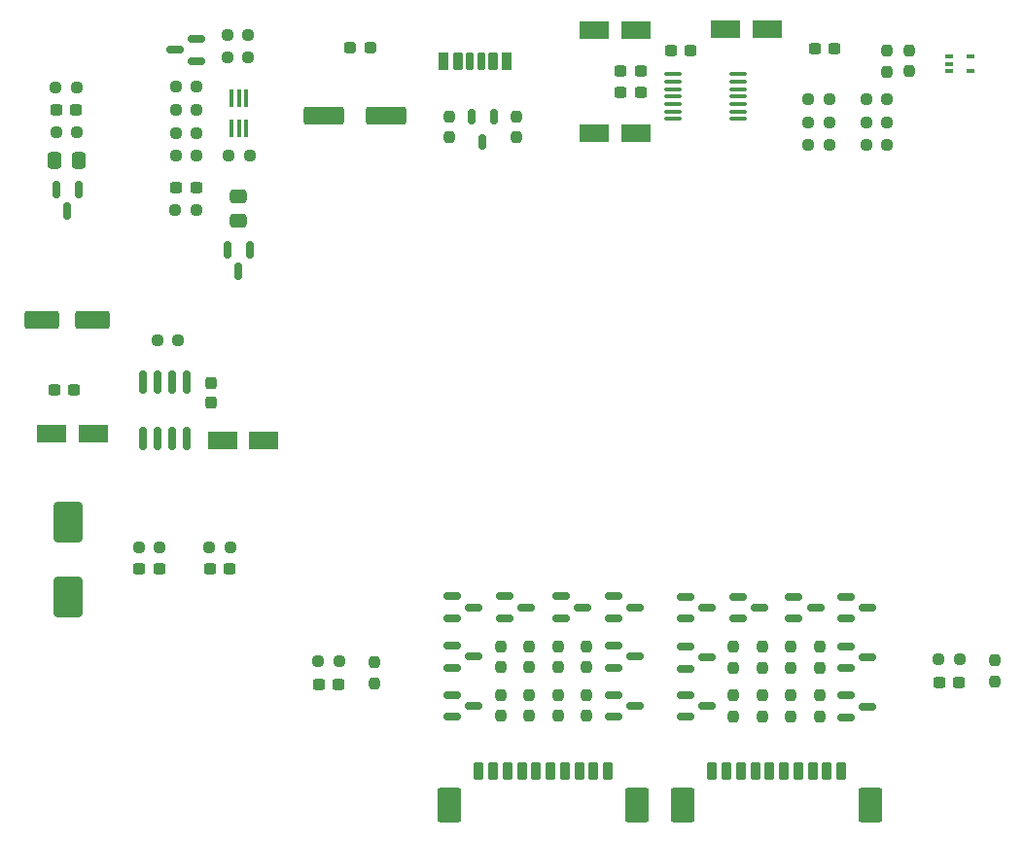
<source format=gbr>
%TF.GenerationSoftware,KiCad,Pcbnew,9.0.0*%
%TF.CreationDate,2025-03-09T23:13:35+01:00*%
%TF.ProjectId,hotline,686f746c-696e-4652-9e6b-696361645f70,rev?*%
%TF.SameCoordinates,Original*%
%TF.FileFunction,Paste,Top*%
%TF.FilePolarity,Positive*%
%FSLAX46Y46*%
G04 Gerber Fmt 4.6, Leading zero omitted, Abs format (unit mm)*
G04 Created by KiCad (PCBNEW 9.0.0) date 2025-03-09 23:13:35*
%MOMM*%
%LPD*%
G01*
G04 APERTURE LIST*
G04 Aperture macros list*
%AMRoundRect*
0 Rectangle with rounded corners*
0 $1 Rounding radius*
0 $2 $3 $4 $5 $6 $7 $8 $9 X,Y pos of 4 corners*
0 Add a 4 corners polygon primitive as box body*
4,1,4,$2,$3,$4,$5,$6,$7,$8,$9,$2,$3,0*
0 Add four circle primitives for the rounded corners*
1,1,$1+$1,$2,$3*
1,1,$1+$1,$4,$5*
1,1,$1+$1,$6,$7*
1,1,$1+$1,$8,$9*
0 Add four rect primitives between the rounded corners*
20,1,$1+$1,$2,$3,$4,$5,0*
20,1,$1+$1,$4,$5,$6,$7,0*
20,1,$1+$1,$6,$7,$8,$9,0*
20,1,$1+$1,$8,$9,$2,$3,0*%
G04 Aperture macros list end*
%ADD10RoundRect,0.237500X-0.237500X0.250000X-0.237500X-0.250000X0.237500X-0.250000X0.237500X0.250000X0*%
%ADD11RoundRect,0.237500X-0.250000X-0.237500X0.250000X-0.237500X0.250000X0.237500X-0.250000X0.237500X0*%
%ADD12RoundRect,0.175000X0.175000X0.625000X-0.175000X0.625000X-0.175000X-0.625000X0.175000X-0.625000X0*%
%ADD13RoundRect,0.200000X0.200000X0.600000X-0.200000X0.600000X-0.200000X-0.600000X0.200000X-0.600000X0*%
%ADD14RoundRect,0.225000X0.225000X0.575000X-0.225000X0.575000X-0.225000X-0.575000X0.225000X-0.575000X0*%
%ADD15RoundRect,0.150000X-0.587500X-0.150000X0.587500X-0.150000X0.587500X0.150000X-0.587500X0.150000X0*%
%ADD16RoundRect,0.237500X0.300000X0.237500X-0.300000X0.237500X-0.300000X-0.237500X0.300000X-0.237500X0*%
%ADD17RoundRect,0.237500X0.237500X-0.300000X0.237500X0.300000X-0.237500X0.300000X-0.237500X-0.300000X0*%
%ADD18RoundRect,0.250000X1.050000X0.550000X-1.050000X0.550000X-1.050000X-0.550000X1.050000X-0.550000X0*%
%ADD19RoundRect,0.237500X0.237500X-0.250000X0.237500X0.250000X-0.237500X0.250000X-0.237500X-0.250000X0*%
%ADD20RoundRect,0.237500X-0.300000X-0.237500X0.300000X-0.237500X0.300000X0.237500X-0.300000X0.237500X0*%
%ADD21RoundRect,0.237500X0.250000X0.237500X-0.250000X0.237500X-0.250000X-0.237500X0.250000X-0.237500X0*%
%ADD22RoundRect,0.250000X1.250000X0.550000X-1.250000X0.550000X-1.250000X-0.550000X1.250000X-0.550000X0*%
%ADD23RoundRect,0.250000X-1.050000X-0.550000X1.050000X-0.550000X1.050000X0.550000X-1.050000X0.550000X0*%
%ADD24RoundRect,0.100000X-0.100000X0.650000X-0.100000X-0.650000X0.100000X-0.650000X0.100000X0.650000X0*%
%ADD25RoundRect,0.250000X1.500000X0.550000X-1.500000X0.550000X-1.500000X-0.550000X1.500000X-0.550000X0*%
%ADD26RoundRect,0.150000X-0.150000X0.587500X-0.150000X-0.587500X0.150000X-0.587500X0.150000X0.587500X0*%
%ADD27RoundRect,0.250000X-0.475000X0.337500X-0.475000X-0.337500X0.475000X-0.337500X0.475000X0.337500X0*%
%ADD28RoundRect,0.100000X-0.225000X-0.100000X0.225000X-0.100000X0.225000X0.100000X-0.225000X0.100000X0*%
%ADD29RoundRect,0.150000X-0.150000X0.512500X-0.150000X-0.512500X0.150000X-0.512500X0.150000X0.512500X0*%
%ADD30RoundRect,0.250000X0.337500X0.475000X-0.337500X0.475000X-0.337500X-0.475000X0.337500X-0.475000X0*%
%ADD31RoundRect,0.200000X-0.200000X-0.600000X0.200000X-0.600000X0.200000X0.600000X-0.200000X0.600000X0*%
%ADD32RoundRect,0.250001X-0.799999X-1.249999X0.799999X-1.249999X0.799999X1.249999X-0.799999X1.249999X0*%
%ADD33RoundRect,0.150000X0.150000X-0.825000X0.150000X0.825000X-0.150000X0.825000X-0.150000X-0.825000X0*%
%ADD34RoundRect,0.237500X0.287500X0.237500X-0.287500X0.237500X-0.287500X-0.237500X0.287500X-0.237500X0*%
%ADD35RoundRect,0.250000X-1.000000X1.500000X-1.000000X-1.500000X1.000000X-1.500000X1.000000X1.500000X0*%
%ADD36RoundRect,0.100000X-0.637500X-0.100000X0.637500X-0.100000X0.637500X0.100000X-0.637500X0.100000X0*%
%ADD37RoundRect,0.150000X0.587500X0.150000X-0.587500X0.150000X-0.587500X-0.150000X0.587500X-0.150000X0*%
G04 APERTURE END LIST*
D10*
%TO.C,R2*%
X136450000Y-77337500D03*
X136450000Y-79162500D03*
%TD*%
D11*
%TO.C,R6*%
X161875000Y-79850000D03*
X163700000Y-79850000D03*
%TD*%
D12*
%TO.C,J1*%
X133350000Y-72540000D03*
D13*
X131330000Y-72540000D03*
D14*
X130100000Y-72540000D03*
D12*
X132350000Y-72540000D03*
D13*
X134370000Y-72540000D03*
D14*
X135600000Y-72540000D03*
%TD*%
D15*
%TO.C,Q13*%
X135412500Y-119125000D03*
X135412500Y-121025000D03*
X137287500Y-120075000D03*
%TD*%
D16*
%TO.C,C21*%
X98110000Y-76747500D03*
X96385000Y-76747500D03*
%TD*%
D17*
%TO.C,C16*%
X109880000Y-102262500D03*
X109880000Y-100537500D03*
%TD*%
D18*
%TO.C,C8*%
X146825000Y-78800000D03*
X143225000Y-78800000D03*
%TD*%
D19*
%TO.C,R35*%
X137550000Y-129537500D03*
X137550000Y-127712500D03*
%TD*%
D15*
%TO.C,Q1*%
X160600000Y-119175000D03*
X160600000Y-121075000D03*
X162475000Y-120125000D03*
%TD*%
D20*
%TO.C,C9*%
X173250000Y-126637500D03*
X174975000Y-126637500D03*
%TD*%
D19*
%TO.C,R30*%
X162850000Y-129600000D03*
X162850000Y-127775000D03*
%TD*%
D20*
%TO.C,C10*%
X162387500Y-71450000D03*
X164112500Y-71450000D03*
%TD*%
D11*
%TO.C,R14*%
X111275000Y-70275000D03*
X113100000Y-70275000D03*
%TD*%
D21*
%TO.C,R22*%
X98180000Y-78692500D03*
X96355000Y-78692500D03*
%TD*%
D19*
%TO.C,R36*%
X140050000Y-129537500D03*
X140050000Y-127712500D03*
%TD*%
%TO.C,R8*%
X178050000Y-126550000D03*
X178050000Y-124725000D03*
%TD*%
D11*
%TO.C,R19*%
X109687500Y-114850000D03*
X111512500Y-114850000D03*
%TD*%
D19*
%TO.C,R29*%
X162850000Y-125350000D03*
X162850000Y-123525000D03*
%TD*%
%TO.C,R27*%
X157850000Y-129600000D03*
X157850000Y-127775000D03*
%TD*%
D15*
%TO.C,Q14*%
X144862500Y-119125000D03*
X144862500Y-121025000D03*
X146737500Y-120075000D03*
%TD*%
D19*
%TO.C,R33*%
X135050000Y-125287500D03*
X135050000Y-123462500D03*
%TD*%
D21*
%TO.C,R41*%
X108612500Y-78770000D03*
X106787500Y-78770000D03*
%TD*%
D22*
%TO.C,C13*%
X99500000Y-95050000D03*
X95100000Y-95050000D03*
%TD*%
D20*
%TO.C,C20*%
X103625000Y-116700000D03*
X105350000Y-116700000D03*
%TD*%
D16*
%TO.C,C4*%
X151587500Y-71600000D03*
X149862500Y-71600000D03*
%TD*%
%TO.C,C19*%
X111462500Y-116700000D03*
X109737500Y-116700000D03*
%TD*%
D23*
%TO.C,C2*%
X154675000Y-69750000D03*
X158275000Y-69750000D03*
%TD*%
D24*
%TO.C,U3*%
X112925000Y-75750000D03*
X112275000Y-75750000D03*
X111625000Y-75750000D03*
X111625000Y-78410000D03*
X112275000Y-78410000D03*
X112925000Y-78410000D03*
%TD*%
D11*
%TO.C,R7*%
X166875000Y-79850000D03*
X168700000Y-79850000D03*
%TD*%
D19*
%TO.C,R13*%
X170675000Y-73412500D03*
X170675000Y-71587500D03*
%TD*%
%TO.C,R24*%
X155350000Y-129600000D03*
X155350000Y-127775000D03*
%TD*%
D21*
%TO.C,R3*%
X121025000Y-124737500D03*
X119200000Y-124737500D03*
%TD*%
D19*
%TO.C,R23*%
X160350000Y-125350000D03*
X160350000Y-123525000D03*
%TD*%
D25*
%TO.C,C1*%
X125100000Y-77300000D03*
X119700000Y-77300000D03*
%TD*%
D26*
%TO.C,D4*%
X98300000Y-83725000D03*
X96400000Y-83725000D03*
X97350000Y-85600000D03*
%TD*%
D15*
%TO.C,Q10*%
X130862500Y-127725000D03*
X130862500Y-129625000D03*
X132737500Y-128675000D03*
%TD*%
D20*
%TO.C,C7*%
X119250000Y-126787500D03*
X120975000Y-126787500D03*
%TD*%
D21*
%TO.C,R17*%
X113212500Y-80775000D03*
X111387500Y-80775000D03*
%TD*%
D15*
%TO.C,Q4*%
X151162500Y-119175000D03*
X151162500Y-121075000D03*
X153037500Y-120125000D03*
%TD*%
D16*
%TO.C,C14*%
X108562500Y-83575000D03*
X106837500Y-83575000D03*
%TD*%
D21*
%TO.C,R5*%
X175025000Y-124587500D03*
X173200000Y-124587500D03*
%TD*%
D15*
%TO.C,Q16*%
X144862500Y-127725000D03*
X144862500Y-129625000D03*
X146737500Y-128675000D03*
%TD*%
D16*
%TO.C,C5*%
X147237500Y-73400000D03*
X145512500Y-73400000D03*
%TD*%
D21*
%TO.C,R20*%
X105400000Y-114850000D03*
X103575000Y-114850000D03*
%TD*%
D11*
%TO.C,R10*%
X166875000Y-77850000D03*
X168700000Y-77850000D03*
%TD*%
D19*
%TO.C,R4*%
X124050000Y-126700000D03*
X124050000Y-124875000D03*
%TD*%
D26*
%TO.C,D3*%
X113200000Y-88987500D03*
X111300000Y-88987500D03*
X112250000Y-90862500D03*
%TD*%
D27*
%TO.C,C15*%
X112250000Y-84337500D03*
X112250000Y-86412500D03*
%TD*%
D21*
%TO.C,R40*%
X108612500Y-80780000D03*
X106787500Y-80780000D03*
%TD*%
D28*
%TO.C,U2*%
X174100000Y-72100000D03*
X174100000Y-72750000D03*
X174100000Y-73400000D03*
X176000000Y-73400000D03*
X176000000Y-72100000D03*
%TD*%
D11*
%TO.C,R21*%
X96305000Y-74852500D03*
X98130000Y-74852500D03*
%TD*%
D15*
%TO.C,Q8*%
X165162500Y-127775000D03*
X165162500Y-129675000D03*
X167037500Y-128725000D03*
%TD*%
D19*
%TO.C,R28*%
X160350000Y-129600000D03*
X160350000Y-127775000D03*
%TD*%
D15*
%TO.C,Q6*%
X165162500Y-119175000D03*
X165162500Y-121075000D03*
X167037500Y-120125000D03*
%TD*%
D29*
%TO.C,D2*%
X134450000Y-77325000D03*
X132550000Y-77325000D03*
X133500000Y-79600000D03*
%TD*%
D21*
%TO.C,R42*%
X108612500Y-76760000D03*
X106787500Y-76760000D03*
%TD*%
D19*
%TO.C,R34*%
X137550000Y-125287500D03*
X137550000Y-123462500D03*
%TD*%
D11*
%TO.C,R12*%
X166875000Y-75850000D03*
X168700000Y-75850000D03*
%TD*%
D21*
%TO.C,R18*%
X108575000Y-85525000D03*
X106750000Y-85525000D03*
%TD*%
D30*
%TO.C,C22*%
X98325000Y-81142500D03*
X96250000Y-81142500D03*
%TD*%
D31*
%TO.C,J3*%
X153475000Y-134375000D03*
X154725000Y-134375000D03*
X155975000Y-134375000D03*
X157225000Y-134375000D03*
X158475000Y-134375000D03*
X159725000Y-134375000D03*
X160975000Y-134375000D03*
X162225000Y-134375000D03*
X163475000Y-134375000D03*
X164725000Y-134375000D03*
D32*
X150925000Y-137275000D03*
X167275000Y-137275000D03*
%TD*%
D19*
%TO.C,R37*%
X142550000Y-125287500D03*
X142550000Y-123462500D03*
%TD*%
D33*
%TO.C,U5*%
X103925000Y-105415000D03*
X105195000Y-105415000D03*
X106465000Y-105415000D03*
X107735000Y-105415000D03*
X107735000Y-100465000D03*
X106465000Y-100465000D03*
X105195000Y-100465000D03*
X103925000Y-100465000D03*
%TD*%
D31*
%TO.C,J4*%
X133150000Y-134375000D03*
X134400000Y-134375000D03*
X135650000Y-134375000D03*
X136900000Y-134375000D03*
X138150000Y-134375000D03*
X139400000Y-134375000D03*
X140650000Y-134375000D03*
X141900000Y-134375000D03*
X143150000Y-134375000D03*
X144400000Y-134375000D03*
D32*
X130600000Y-137275000D03*
X146950000Y-137275000D03*
%TD*%
D19*
%TO.C,R38*%
X142550000Y-129537500D03*
X142550000Y-127712500D03*
%TD*%
D15*
%TO.C,Q3*%
X151162500Y-123525000D03*
X151162500Y-125425000D03*
X153037500Y-124475000D03*
%TD*%
D19*
%TO.C,R25*%
X155350000Y-125350000D03*
X155350000Y-123525000D03*
%TD*%
D15*
%TO.C,Q7*%
X165162500Y-123475000D03*
X165162500Y-125375000D03*
X167037500Y-124425000D03*
%TD*%
%TO.C,Q5*%
X155712500Y-119162500D03*
X155712500Y-121062500D03*
X157587500Y-120112500D03*
%TD*%
%TO.C,Q12*%
X130862500Y-119125000D03*
X130862500Y-121025000D03*
X132737500Y-120075000D03*
%TD*%
%TO.C,Q15*%
X144862500Y-123425000D03*
X144862500Y-125325000D03*
X146737500Y-124375000D03*
%TD*%
D19*
%TO.C,R26*%
X157850000Y-125350000D03*
X157850000Y-123525000D03*
%TD*%
D23*
%TO.C,C17*%
X110830000Y-105550000D03*
X114430000Y-105550000D03*
%TD*%
D18*
%TO.C,C3*%
X146825000Y-69800000D03*
X143225000Y-69800000D03*
%TD*%
D15*
%TO.C,Q2*%
X151162500Y-127725000D03*
X151162500Y-129625000D03*
X153037500Y-128675000D03*
%TD*%
D18*
%TO.C,C11*%
X99600000Y-104950000D03*
X96000000Y-104950000D03*
%TD*%
D19*
%TO.C,R32*%
X135050000Y-129537500D03*
X135050000Y-127712500D03*
%TD*%
D15*
%TO.C,Q11*%
X130862500Y-123425000D03*
X130862500Y-125325000D03*
X132737500Y-124375000D03*
%TD*%
D21*
%TO.C,R43*%
X108612500Y-74750000D03*
X106787500Y-74750000D03*
%TD*%
D10*
%TO.C,R39*%
X168700000Y-71600000D03*
X168700000Y-73425000D03*
%TD*%
D11*
%TO.C,R11*%
X161875000Y-75850000D03*
X163700000Y-75850000D03*
%TD*%
%TO.C,R9*%
X161875000Y-77850000D03*
X163700000Y-77850000D03*
%TD*%
D15*
%TO.C,Q9*%
X140312500Y-119125000D03*
X140312500Y-121025000D03*
X142187500Y-120075000D03*
%TD*%
D10*
%TO.C,R1*%
X130550000Y-77337500D03*
X130550000Y-79162500D03*
%TD*%
D21*
%TO.C,R15*%
X113100000Y-72225000D03*
X111275000Y-72225000D03*
%TD*%
D34*
%TO.C,D1*%
X123700000Y-71350000D03*
X121950000Y-71350000D03*
%TD*%
D16*
%TO.C,C6*%
X147237500Y-75250000D03*
X145512500Y-75250000D03*
%TD*%
D21*
%TO.C,R16*%
X107002500Y-96820000D03*
X105177500Y-96820000D03*
%TD*%
D35*
%TO.C,C18*%
X97400000Y-112650000D03*
X97400000Y-119150000D03*
%TD*%
D36*
%TO.C,U1*%
X150025000Y-73650000D03*
X150025000Y-74300000D03*
X150025000Y-74950000D03*
X150025000Y-75600000D03*
X150025000Y-76250000D03*
X150025000Y-76900000D03*
X150025000Y-77550000D03*
X155750000Y-77550000D03*
X155750000Y-76900000D03*
X155750000Y-76250000D03*
X155750000Y-75600000D03*
X155750000Y-74950000D03*
X155750000Y-74300000D03*
X155750000Y-73650000D03*
%TD*%
D37*
%TO.C,U4*%
X108587500Y-72500000D03*
X108587500Y-70600000D03*
X106712500Y-71550000D03*
%TD*%
D20*
%TO.C,C12*%
X96197500Y-101190000D03*
X97922500Y-101190000D03*
%TD*%
D19*
%TO.C,R31*%
X140050000Y-125287500D03*
X140050000Y-123462500D03*
%TD*%
M02*

</source>
